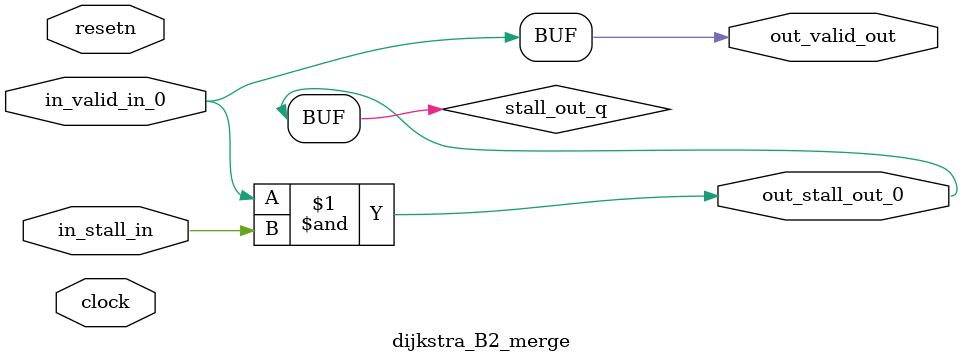
<source format=sv>



(* altera_attribute = "-name AUTO_SHIFT_REGISTER_RECOGNITION OFF; -name MESSAGE_DISABLE 10036; -name MESSAGE_DISABLE 10037; -name MESSAGE_DISABLE 14130; -name MESSAGE_DISABLE 14320; -name MESSAGE_DISABLE 15400; -name MESSAGE_DISABLE 14130; -name MESSAGE_DISABLE 10036; -name MESSAGE_DISABLE 12020; -name MESSAGE_DISABLE 12030; -name MESSAGE_DISABLE 12010; -name MESSAGE_DISABLE 12110; -name MESSAGE_DISABLE 14320; -name MESSAGE_DISABLE 13410; -name MESSAGE_DISABLE 113007; -name MESSAGE_DISABLE 10958" *)
module dijkstra_B2_merge (
    input wire [0:0] in_stall_in,
    input wire [0:0] in_valid_in_0,
    output wire [0:0] out_stall_out_0,
    output wire [0:0] out_valid_out,
    input wire clock,
    input wire resetn
    );

    wire [0:0] stall_out_q;


    // stall_out(LOGICAL,6)
    assign stall_out_q = in_valid_in_0 & in_stall_in;

    // out_stall_out_0(GPOUT,4)
    assign out_stall_out_0 = stall_out_q;

    // out_valid_out(GPOUT,5)
    assign out_valid_out = in_valid_in_0;

endmodule

</source>
